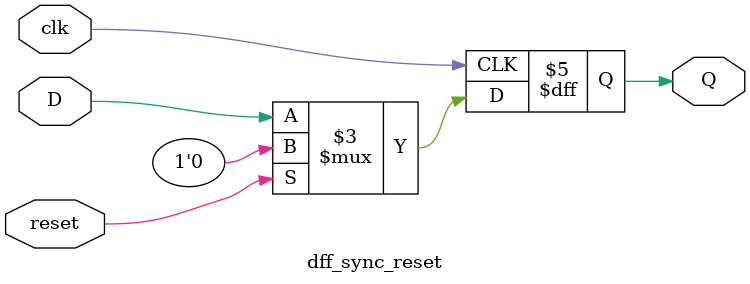
<source format=v>
module dff_sync_reset(
  input clk,D,reset,
  output reg Q //reg used since Q is used inside always block
);
  always @(posedge clk) begin
    if(reset)
      Q<=0;
    else
      Q<=D;
  end
endmodule

</source>
